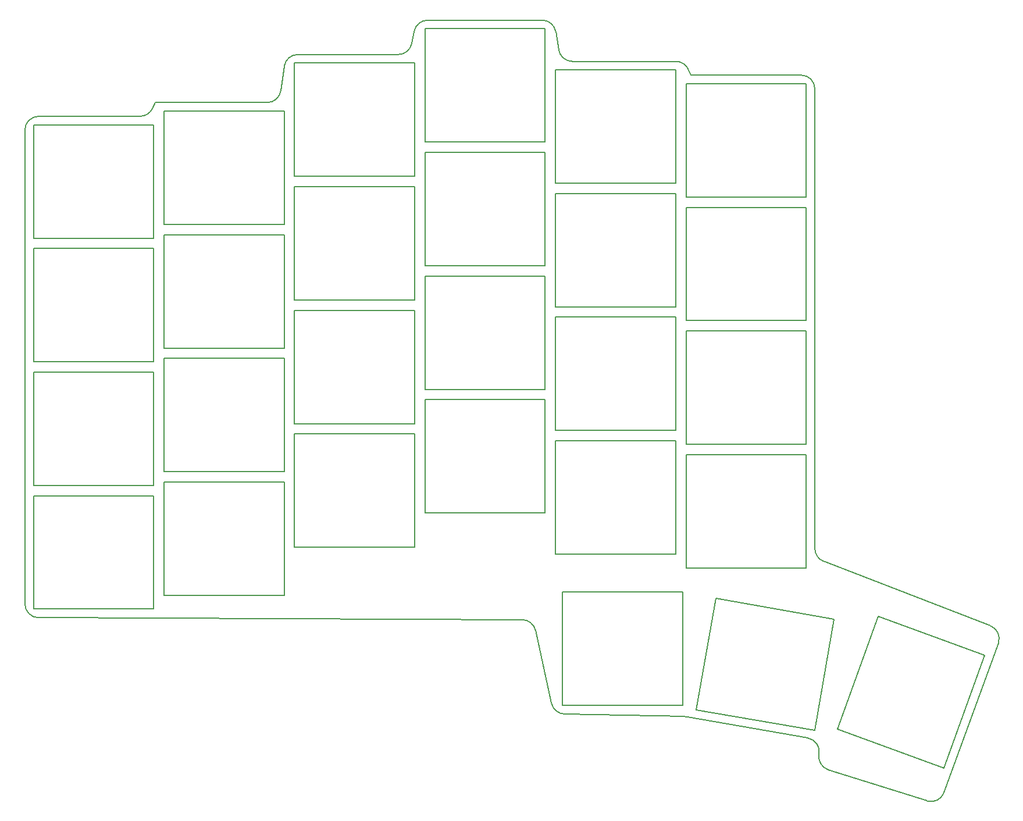
<source format=gbr>
%TF.GenerationSoftware,KiCad,Pcbnew,8.0.5-8.0.5-0~ubuntu20.04.1*%
%TF.CreationDate,2024-10-04T15:10:35+02:00*%
%TF.ProjectId,switchplate,73776974-6368-4706-9c61-74652e6b6963,v1.0.0*%
%TF.SameCoordinates,Original*%
%TF.FileFunction,Profile,NP*%
%FSLAX46Y46*%
G04 Gerber Fmt 4.6, Leading zero omitted, Abs format (unit mm)*
G04 Created by KiCad (PCBNEW 8.0.5-8.0.5-0~ubuntu20.04.1) date 2024-10-04 15:10:35*
%MOMM*%
%LPD*%
G01*
G04 APERTURE LIST*
%TA.AperFunction,Profile*%
%ADD10C,0.150000*%
%TD*%
G04 APERTURE END LIST*
D10*
X223806352Y-184970018D02*
X231715284Y-163240405D01*
X221324329Y-186193025D02*
X206983418Y-181661216D01*
X205616440Y-179406872D02*
X205624634Y-179360405D01*
X204002314Y-177043493D02*
X186426606Y-173944422D01*
X186122652Y-173914507D02*
X168573417Y-173534106D01*
X166663117Y-171962693D02*
X164342985Y-161375153D01*
X162397721Y-159803288D02*
X91991622Y-159508343D01*
X90000000Y-157508361D02*
X90000000Y-88500000D01*
X92000000Y-86500000D02*
X106763932Y-86500000D01*
X108552786Y-85394427D02*
X109000000Y-84500000D01*
X109000000Y-84500000D02*
X125265409Y-84500000D01*
X127245308Y-82782843D02*
X127754692Y-79217157D01*
X129734591Y-77500000D02*
X144360392Y-77500000D01*
X146321554Y-75892232D02*
X146678446Y-74107768D01*
X148639608Y-72500000D02*
X165305746Y-72500000D01*
X167278534Y-74171202D02*
X167721466Y-76828798D01*
X169694254Y-78500000D02*
X184763932Y-78500000D01*
X186552786Y-79605573D02*
X187000000Y-80500000D01*
X187000000Y-80500000D02*
X203000000Y-80500000D01*
X205000000Y-82500000D02*
X205000000Y-149429471D01*
X206278148Y-151294660D02*
X230557751Y-160691176D01*
X223806352Y-184970019D02*
G75*
G02*
X221324329Y-186193025I-1879385J684041D01*
G01*
X206983418Y-181661216D02*
G75*
G02*
X205616440Y-179406872I602638J1907047D01*
G01*
X204002314Y-177043493D02*
G75*
G02*
X205624634Y-179360405I-347296J-1969616D01*
G01*
X186122653Y-173914507D02*
G75*
G02*
X186426607Y-173944422I-43343J-1999530D01*
G01*
X168573417Y-173534106D02*
G75*
G02*
X166663117Y-171962693I43342J1999531D01*
G01*
X162397722Y-159803287D02*
G75*
G02*
X164342985Y-161375153I-8379J-1999983D01*
G01*
X91991622Y-159508343D02*
G75*
G02*
X90000000Y-157508361I8378J1999982D01*
G01*
X90000000Y-88500000D02*
G75*
G02*
X92000000Y-86500000I2000000J0D01*
G01*
X108552786Y-85394427D02*
G75*
G02*
X106763932Y-86500000I-1788854J894427D01*
G01*
X127245308Y-82782843D02*
G75*
G02*
X125265409Y-84500000I-1979899J282843D01*
G01*
X127754692Y-79217157D02*
G75*
G02*
X129734591Y-77500000I1979899J-282843D01*
G01*
X146321553Y-75892232D02*
G75*
G02*
X144360392Y-77500000I-1961161J392232D01*
G01*
X146678447Y-74107768D02*
G75*
G02*
X148639608Y-72500000I1961161J-392232D01*
G01*
X165305746Y-72500000D02*
G75*
G02*
X167278534Y-74171202I0J-2000000D01*
G01*
X169694254Y-78500000D02*
G75*
G02*
X167721466Y-76828798I0J2000000D01*
G01*
X184763932Y-78500000D02*
G75*
G02*
X186552786Y-79605573I0J-2000000D01*
G01*
X203000000Y-80500000D02*
G75*
G02*
X205000000Y-82500000I0J-2000000D01*
G01*
X206278148Y-151294660D02*
G75*
G02*
X205000000Y-149429471I721852J1865189D01*
G01*
X230557751Y-160691176D02*
G75*
G02*
X231715284Y-163240405I-721852J-1865189D01*
G01*
X91250000Y-158250000D02*
X108750000Y-158250000D01*
X108750000Y-158250000D02*
X108750000Y-141750000D01*
X108750000Y-141750000D02*
X91250000Y-141750000D01*
X91250000Y-141750000D02*
X91250000Y-158250000D01*
X91250000Y-140250000D02*
X108750000Y-140250000D01*
X108750000Y-140250000D02*
X108750000Y-123750000D01*
X108750000Y-123750000D02*
X91250000Y-123750000D01*
X91250000Y-123750000D02*
X91250000Y-140250000D01*
X91250000Y-122250000D02*
X108750000Y-122250000D01*
X108750000Y-122250000D02*
X108750000Y-105750000D01*
X108750000Y-105750000D02*
X91250000Y-105750000D01*
X91250000Y-105750000D02*
X91250000Y-122250000D01*
X91250000Y-104250000D02*
X108750000Y-104250000D01*
X108750000Y-104250000D02*
X108750000Y-87750000D01*
X108750000Y-87750000D02*
X91250000Y-87750000D01*
X91250000Y-87750000D02*
X91250000Y-104250000D01*
X110250000Y-156250000D02*
X127750000Y-156250000D01*
X127750000Y-156250000D02*
X127750000Y-139750000D01*
X127750000Y-139750000D02*
X110250000Y-139750000D01*
X110250000Y-139750000D02*
X110250000Y-156250000D01*
X110250000Y-138250000D02*
X127750000Y-138250000D01*
X127750000Y-138250000D02*
X127750000Y-121750000D01*
X127750000Y-121750000D02*
X110250000Y-121750000D01*
X110250000Y-121750000D02*
X110250000Y-138250000D01*
X110250000Y-120250000D02*
X127750000Y-120250000D01*
X127750000Y-120250000D02*
X127750000Y-103750000D01*
X127750000Y-103750000D02*
X110250000Y-103750000D01*
X110250000Y-103750000D02*
X110250000Y-120250000D01*
X110250000Y-102250000D02*
X127750000Y-102250000D01*
X127750000Y-102250000D02*
X127750000Y-85750000D01*
X127750000Y-85750000D02*
X110250000Y-85750000D01*
X110250000Y-85750000D02*
X110250000Y-102250000D01*
X129250000Y-149250000D02*
X146750000Y-149250000D01*
X146750000Y-149250000D02*
X146750000Y-132750000D01*
X146750000Y-132750000D02*
X129250000Y-132750000D01*
X129250000Y-132750000D02*
X129250000Y-149250000D01*
X129250000Y-131250000D02*
X146750000Y-131250000D01*
X146750000Y-131250000D02*
X146750000Y-114750000D01*
X146750000Y-114750000D02*
X129250000Y-114750000D01*
X129250000Y-114750000D02*
X129250000Y-131250000D01*
X129250000Y-113250000D02*
X146750000Y-113250000D01*
X146750000Y-113250000D02*
X146750000Y-96750000D01*
X146750000Y-96750000D02*
X129250000Y-96750000D01*
X129250000Y-96750000D02*
X129250000Y-113250000D01*
X129250000Y-95250000D02*
X146750000Y-95250000D01*
X146750000Y-95250000D02*
X146750000Y-78750000D01*
X146750000Y-78750000D02*
X129250000Y-78750000D01*
X129250000Y-78750000D02*
X129250000Y-95250000D01*
X148250000Y-144250000D02*
X165750000Y-144250000D01*
X165750000Y-144250000D02*
X165750000Y-127750000D01*
X165750000Y-127750000D02*
X148250000Y-127750000D01*
X148250000Y-127750000D02*
X148250000Y-144250000D01*
X148250000Y-126250000D02*
X165750000Y-126250000D01*
X165750000Y-126250000D02*
X165750000Y-109750000D01*
X165750000Y-109750000D02*
X148250000Y-109750000D01*
X148250000Y-109750000D02*
X148250000Y-126250000D01*
X148250000Y-108250000D02*
X165750000Y-108250000D01*
X165750000Y-108250000D02*
X165750000Y-91750000D01*
X165750000Y-91750000D02*
X148250000Y-91750000D01*
X148250000Y-91750000D02*
X148250000Y-108250000D01*
X148250000Y-90250000D02*
X165750000Y-90250000D01*
X165750000Y-90250000D02*
X165750000Y-73750000D01*
X165750000Y-73750000D02*
X148250000Y-73750000D01*
X148250000Y-73750000D02*
X148250000Y-90250000D01*
X167250000Y-150250000D02*
X184750000Y-150250000D01*
X184750000Y-150250000D02*
X184750000Y-133750000D01*
X184750000Y-133750000D02*
X167250000Y-133750000D01*
X167250000Y-133750000D02*
X167250000Y-150250000D01*
X167250000Y-132250000D02*
X184750000Y-132250000D01*
X184750000Y-132250000D02*
X184750000Y-115750000D01*
X184750000Y-115750000D02*
X167250000Y-115750000D01*
X167250000Y-115750000D02*
X167250000Y-132250000D01*
X167250000Y-114250000D02*
X184750000Y-114250000D01*
X184750000Y-114250000D02*
X184750000Y-97750000D01*
X184750000Y-97750000D02*
X167250000Y-97750000D01*
X167250000Y-97750000D02*
X167250000Y-114250000D01*
X167250000Y-96250000D02*
X184750000Y-96250000D01*
X184750000Y-96250000D02*
X184750000Y-79750000D01*
X184750000Y-79750000D02*
X167250000Y-79750000D01*
X167250000Y-79750000D02*
X167250000Y-96250000D01*
X186250000Y-152250000D02*
X203750000Y-152250000D01*
X203750000Y-152250000D02*
X203750000Y-135750000D01*
X203750000Y-135750000D02*
X186250000Y-135750000D01*
X186250000Y-135750000D02*
X186250000Y-152250000D01*
X186250000Y-134250000D02*
X203750000Y-134250000D01*
X203750000Y-134250000D02*
X203750000Y-117750000D01*
X203750000Y-117750000D02*
X186250000Y-117750000D01*
X186250000Y-117750000D02*
X186250000Y-134250000D01*
X186250000Y-116250000D02*
X203750000Y-116250000D01*
X203750000Y-116250000D02*
X203750000Y-99750000D01*
X203750000Y-99750000D02*
X186250000Y-99750000D01*
X186250000Y-99750000D02*
X186250000Y-116250000D01*
X186250000Y-98250000D02*
X203750000Y-98250000D01*
X203750000Y-98250000D02*
X203750000Y-81750000D01*
X203750000Y-81750000D02*
X186250000Y-81750000D01*
X186250000Y-81750000D02*
X186250000Y-98250000D01*
X168250000Y-172250000D02*
X185750000Y-172250000D01*
X185750000Y-172250000D02*
X185750000Y-155750000D01*
X185750000Y-155750000D02*
X168250000Y-155750000D01*
X168250000Y-155750000D02*
X168250000Y-172250000D01*
X187723845Y-172903877D02*
X204957981Y-175942720D01*
X204957981Y-175942720D02*
X207823175Y-159693392D01*
X207823175Y-159693392D02*
X190589040Y-156654549D01*
X190589040Y-156654549D02*
X187723845Y-172903877D01*
X223772094Y-181409384D02*
X229757447Y-164964764D01*
X229757447Y-164964764D02*
X214252519Y-159321431D01*
X214252519Y-159321431D02*
X208267166Y-175766052D01*
X208267166Y-175766052D02*
X223772094Y-181409384D01*
M02*

</source>
